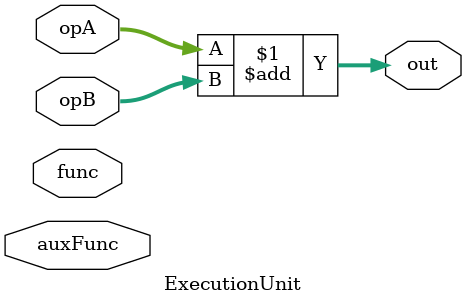
<source format=v>
/*
  
  Northwestern University
  CompEng361 - Fall 2024
  Lab 2
  
  Name:
  NetID:
  
  */
  
module ExecutionUnit(
		     output [31:0] out,
		     input [31:0]  opA,
		     input [31:0]  opB,
		     input [2:0]   func,
		     input [6:0]   auxFunc);
   
   // Place your code here

   assign out = opA + opB; // We're giving you add for free. Enjoy!

endmodule // ExecutionUnit

</source>
